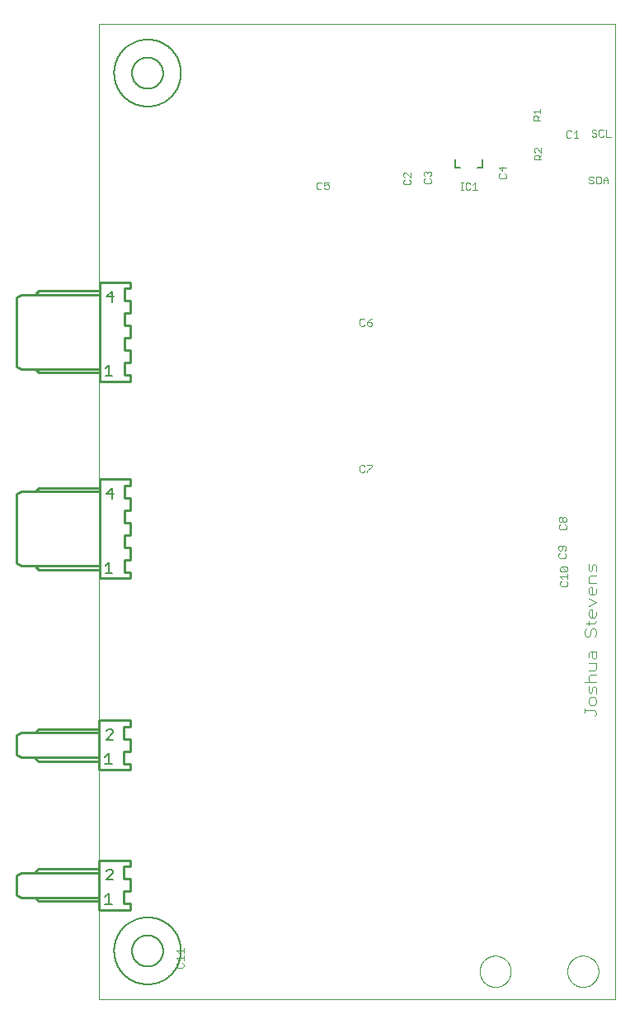
<source format=gto>
G75*
%MOIN*%
%OFA0B0*%
%FSLAX25Y25*%
%IPPOS*%
%LPD*%
%AMOC8*
5,1,8,0,0,1.08239X$1,22.5*
%
%ADD10C,0.00000*%
%ADD11C,0.00400*%
%ADD12C,0.01000*%
%ADD13C,0.00700*%
%ADD14C,0.00300*%
%ADD15C,0.00200*%
%ADD16C,0.00600*%
%ADD17C,0.00800*%
D10*
X0034894Y0034921D02*
X0034894Y0428622D01*
X0243555Y0428622D01*
X0243555Y0034921D01*
X0034894Y0034921D01*
X0188831Y0046339D02*
X0188833Y0046497D01*
X0188839Y0046655D01*
X0188849Y0046813D01*
X0188863Y0046971D01*
X0188881Y0047128D01*
X0188902Y0047285D01*
X0188928Y0047441D01*
X0188958Y0047597D01*
X0188991Y0047752D01*
X0189029Y0047905D01*
X0189070Y0048058D01*
X0189115Y0048210D01*
X0189164Y0048361D01*
X0189217Y0048510D01*
X0189273Y0048658D01*
X0189333Y0048804D01*
X0189397Y0048949D01*
X0189465Y0049092D01*
X0189536Y0049234D01*
X0189610Y0049374D01*
X0189688Y0049511D01*
X0189770Y0049647D01*
X0189854Y0049781D01*
X0189943Y0049912D01*
X0190034Y0050041D01*
X0190129Y0050168D01*
X0190226Y0050293D01*
X0190327Y0050415D01*
X0190431Y0050534D01*
X0190538Y0050651D01*
X0190648Y0050765D01*
X0190761Y0050876D01*
X0190876Y0050985D01*
X0190994Y0051090D01*
X0191115Y0051192D01*
X0191238Y0051292D01*
X0191364Y0051388D01*
X0191492Y0051481D01*
X0191622Y0051571D01*
X0191755Y0051657D01*
X0191890Y0051741D01*
X0192026Y0051820D01*
X0192165Y0051897D01*
X0192306Y0051969D01*
X0192448Y0052039D01*
X0192592Y0052104D01*
X0192738Y0052166D01*
X0192885Y0052224D01*
X0193034Y0052279D01*
X0193184Y0052330D01*
X0193335Y0052377D01*
X0193487Y0052420D01*
X0193640Y0052459D01*
X0193795Y0052495D01*
X0193950Y0052526D01*
X0194106Y0052554D01*
X0194262Y0052578D01*
X0194419Y0052598D01*
X0194577Y0052614D01*
X0194734Y0052626D01*
X0194893Y0052634D01*
X0195051Y0052638D01*
X0195209Y0052638D01*
X0195367Y0052634D01*
X0195526Y0052626D01*
X0195683Y0052614D01*
X0195841Y0052598D01*
X0195998Y0052578D01*
X0196154Y0052554D01*
X0196310Y0052526D01*
X0196465Y0052495D01*
X0196620Y0052459D01*
X0196773Y0052420D01*
X0196925Y0052377D01*
X0197076Y0052330D01*
X0197226Y0052279D01*
X0197375Y0052224D01*
X0197522Y0052166D01*
X0197668Y0052104D01*
X0197812Y0052039D01*
X0197954Y0051969D01*
X0198095Y0051897D01*
X0198234Y0051820D01*
X0198370Y0051741D01*
X0198505Y0051657D01*
X0198638Y0051571D01*
X0198768Y0051481D01*
X0198896Y0051388D01*
X0199022Y0051292D01*
X0199145Y0051192D01*
X0199266Y0051090D01*
X0199384Y0050985D01*
X0199499Y0050876D01*
X0199612Y0050765D01*
X0199722Y0050651D01*
X0199829Y0050534D01*
X0199933Y0050415D01*
X0200034Y0050293D01*
X0200131Y0050168D01*
X0200226Y0050041D01*
X0200317Y0049912D01*
X0200406Y0049781D01*
X0200490Y0049647D01*
X0200572Y0049511D01*
X0200650Y0049374D01*
X0200724Y0049234D01*
X0200795Y0049092D01*
X0200863Y0048949D01*
X0200927Y0048804D01*
X0200987Y0048658D01*
X0201043Y0048510D01*
X0201096Y0048361D01*
X0201145Y0048210D01*
X0201190Y0048058D01*
X0201231Y0047905D01*
X0201269Y0047752D01*
X0201302Y0047597D01*
X0201332Y0047441D01*
X0201358Y0047285D01*
X0201379Y0047128D01*
X0201397Y0046971D01*
X0201411Y0046813D01*
X0201421Y0046655D01*
X0201427Y0046497D01*
X0201429Y0046339D01*
X0201427Y0046181D01*
X0201421Y0046023D01*
X0201411Y0045865D01*
X0201397Y0045707D01*
X0201379Y0045550D01*
X0201358Y0045393D01*
X0201332Y0045237D01*
X0201302Y0045081D01*
X0201269Y0044926D01*
X0201231Y0044773D01*
X0201190Y0044620D01*
X0201145Y0044468D01*
X0201096Y0044317D01*
X0201043Y0044168D01*
X0200987Y0044020D01*
X0200927Y0043874D01*
X0200863Y0043729D01*
X0200795Y0043586D01*
X0200724Y0043444D01*
X0200650Y0043304D01*
X0200572Y0043167D01*
X0200490Y0043031D01*
X0200406Y0042897D01*
X0200317Y0042766D01*
X0200226Y0042637D01*
X0200131Y0042510D01*
X0200034Y0042385D01*
X0199933Y0042263D01*
X0199829Y0042144D01*
X0199722Y0042027D01*
X0199612Y0041913D01*
X0199499Y0041802D01*
X0199384Y0041693D01*
X0199266Y0041588D01*
X0199145Y0041486D01*
X0199022Y0041386D01*
X0198896Y0041290D01*
X0198768Y0041197D01*
X0198638Y0041107D01*
X0198505Y0041021D01*
X0198370Y0040937D01*
X0198234Y0040858D01*
X0198095Y0040781D01*
X0197954Y0040709D01*
X0197812Y0040639D01*
X0197668Y0040574D01*
X0197522Y0040512D01*
X0197375Y0040454D01*
X0197226Y0040399D01*
X0197076Y0040348D01*
X0196925Y0040301D01*
X0196773Y0040258D01*
X0196620Y0040219D01*
X0196465Y0040183D01*
X0196310Y0040152D01*
X0196154Y0040124D01*
X0195998Y0040100D01*
X0195841Y0040080D01*
X0195683Y0040064D01*
X0195526Y0040052D01*
X0195367Y0040044D01*
X0195209Y0040040D01*
X0195051Y0040040D01*
X0194893Y0040044D01*
X0194734Y0040052D01*
X0194577Y0040064D01*
X0194419Y0040080D01*
X0194262Y0040100D01*
X0194106Y0040124D01*
X0193950Y0040152D01*
X0193795Y0040183D01*
X0193640Y0040219D01*
X0193487Y0040258D01*
X0193335Y0040301D01*
X0193184Y0040348D01*
X0193034Y0040399D01*
X0192885Y0040454D01*
X0192738Y0040512D01*
X0192592Y0040574D01*
X0192448Y0040639D01*
X0192306Y0040709D01*
X0192165Y0040781D01*
X0192026Y0040858D01*
X0191890Y0040937D01*
X0191755Y0041021D01*
X0191622Y0041107D01*
X0191492Y0041197D01*
X0191364Y0041290D01*
X0191238Y0041386D01*
X0191115Y0041486D01*
X0190994Y0041588D01*
X0190876Y0041693D01*
X0190761Y0041802D01*
X0190648Y0041913D01*
X0190538Y0042027D01*
X0190431Y0042144D01*
X0190327Y0042263D01*
X0190226Y0042385D01*
X0190129Y0042510D01*
X0190034Y0042637D01*
X0189943Y0042766D01*
X0189854Y0042897D01*
X0189770Y0043031D01*
X0189688Y0043167D01*
X0189610Y0043304D01*
X0189536Y0043444D01*
X0189465Y0043586D01*
X0189397Y0043729D01*
X0189333Y0043874D01*
X0189273Y0044020D01*
X0189217Y0044168D01*
X0189164Y0044317D01*
X0189115Y0044468D01*
X0189070Y0044620D01*
X0189029Y0044773D01*
X0188991Y0044926D01*
X0188958Y0045081D01*
X0188928Y0045237D01*
X0188902Y0045393D01*
X0188881Y0045550D01*
X0188863Y0045707D01*
X0188849Y0045865D01*
X0188839Y0046023D01*
X0188833Y0046181D01*
X0188831Y0046339D01*
X0224264Y0046339D02*
X0224266Y0046497D01*
X0224272Y0046655D01*
X0224282Y0046813D01*
X0224296Y0046971D01*
X0224314Y0047128D01*
X0224335Y0047285D01*
X0224361Y0047441D01*
X0224391Y0047597D01*
X0224424Y0047752D01*
X0224462Y0047905D01*
X0224503Y0048058D01*
X0224548Y0048210D01*
X0224597Y0048361D01*
X0224650Y0048510D01*
X0224706Y0048658D01*
X0224766Y0048804D01*
X0224830Y0048949D01*
X0224898Y0049092D01*
X0224969Y0049234D01*
X0225043Y0049374D01*
X0225121Y0049511D01*
X0225203Y0049647D01*
X0225287Y0049781D01*
X0225376Y0049912D01*
X0225467Y0050041D01*
X0225562Y0050168D01*
X0225659Y0050293D01*
X0225760Y0050415D01*
X0225864Y0050534D01*
X0225971Y0050651D01*
X0226081Y0050765D01*
X0226194Y0050876D01*
X0226309Y0050985D01*
X0226427Y0051090D01*
X0226548Y0051192D01*
X0226671Y0051292D01*
X0226797Y0051388D01*
X0226925Y0051481D01*
X0227055Y0051571D01*
X0227188Y0051657D01*
X0227323Y0051741D01*
X0227459Y0051820D01*
X0227598Y0051897D01*
X0227739Y0051969D01*
X0227881Y0052039D01*
X0228025Y0052104D01*
X0228171Y0052166D01*
X0228318Y0052224D01*
X0228467Y0052279D01*
X0228617Y0052330D01*
X0228768Y0052377D01*
X0228920Y0052420D01*
X0229073Y0052459D01*
X0229228Y0052495D01*
X0229383Y0052526D01*
X0229539Y0052554D01*
X0229695Y0052578D01*
X0229852Y0052598D01*
X0230010Y0052614D01*
X0230167Y0052626D01*
X0230326Y0052634D01*
X0230484Y0052638D01*
X0230642Y0052638D01*
X0230800Y0052634D01*
X0230959Y0052626D01*
X0231116Y0052614D01*
X0231274Y0052598D01*
X0231431Y0052578D01*
X0231587Y0052554D01*
X0231743Y0052526D01*
X0231898Y0052495D01*
X0232053Y0052459D01*
X0232206Y0052420D01*
X0232358Y0052377D01*
X0232509Y0052330D01*
X0232659Y0052279D01*
X0232808Y0052224D01*
X0232955Y0052166D01*
X0233101Y0052104D01*
X0233245Y0052039D01*
X0233387Y0051969D01*
X0233528Y0051897D01*
X0233667Y0051820D01*
X0233803Y0051741D01*
X0233938Y0051657D01*
X0234071Y0051571D01*
X0234201Y0051481D01*
X0234329Y0051388D01*
X0234455Y0051292D01*
X0234578Y0051192D01*
X0234699Y0051090D01*
X0234817Y0050985D01*
X0234932Y0050876D01*
X0235045Y0050765D01*
X0235155Y0050651D01*
X0235262Y0050534D01*
X0235366Y0050415D01*
X0235467Y0050293D01*
X0235564Y0050168D01*
X0235659Y0050041D01*
X0235750Y0049912D01*
X0235839Y0049781D01*
X0235923Y0049647D01*
X0236005Y0049511D01*
X0236083Y0049374D01*
X0236157Y0049234D01*
X0236228Y0049092D01*
X0236296Y0048949D01*
X0236360Y0048804D01*
X0236420Y0048658D01*
X0236476Y0048510D01*
X0236529Y0048361D01*
X0236578Y0048210D01*
X0236623Y0048058D01*
X0236664Y0047905D01*
X0236702Y0047752D01*
X0236735Y0047597D01*
X0236765Y0047441D01*
X0236791Y0047285D01*
X0236812Y0047128D01*
X0236830Y0046971D01*
X0236844Y0046813D01*
X0236854Y0046655D01*
X0236860Y0046497D01*
X0236862Y0046339D01*
X0236860Y0046181D01*
X0236854Y0046023D01*
X0236844Y0045865D01*
X0236830Y0045707D01*
X0236812Y0045550D01*
X0236791Y0045393D01*
X0236765Y0045237D01*
X0236735Y0045081D01*
X0236702Y0044926D01*
X0236664Y0044773D01*
X0236623Y0044620D01*
X0236578Y0044468D01*
X0236529Y0044317D01*
X0236476Y0044168D01*
X0236420Y0044020D01*
X0236360Y0043874D01*
X0236296Y0043729D01*
X0236228Y0043586D01*
X0236157Y0043444D01*
X0236083Y0043304D01*
X0236005Y0043167D01*
X0235923Y0043031D01*
X0235839Y0042897D01*
X0235750Y0042766D01*
X0235659Y0042637D01*
X0235564Y0042510D01*
X0235467Y0042385D01*
X0235366Y0042263D01*
X0235262Y0042144D01*
X0235155Y0042027D01*
X0235045Y0041913D01*
X0234932Y0041802D01*
X0234817Y0041693D01*
X0234699Y0041588D01*
X0234578Y0041486D01*
X0234455Y0041386D01*
X0234329Y0041290D01*
X0234201Y0041197D01*
X0234071Y0041107D01*
X0233938Y0041021D01*
X0233803Y0040937D01*
X0233667Y0040858D01*
X0233528Y0040781D01*
X0233387Y0040709D01*
X0233245Y0040639D01*
X0233101Y0040574D01*
X0232955Y0040512D01*
X0232808Y0040454D01*
X0232659Y0040399D01*
X0232509Y0040348D01*
X0232358Y0040301D01*
X0232206Y0040258D01*
X0232053Y0040219D01*
X0231898Y0040183D01*
X0231743Y0040152D01*
X0231587Y0040124D01*
X0231431Y0040100D01*
X0231274Y0040080D01*
X0231116Y0040064D01*
X0230959Y0040052D01*
X0230800Y0040044D01*
X0230642Y0040040D01*
X0230484Y0040040D01*
X0230326Y0040044D01*
X0230167Y0040052D01*
X0230010Y0040064D01*
X0229852Y0040080D01*
X0229695Y0040100D01*
X0229539Y0040124D01*
X0229383Y0040152D01*
X0229228Y0040183D01*
X0229073Y0040219D01*
X0228920Y0040258D01*
X0228768Y0040301D01*
X0228617Y0040348D01*
X0228467Y0040399D01*
X0228318Y0040454D01*
X0228171Y0040512D01*
X0228025Y0040574D01*
X0227881Y0040639D01*
X0227739Y0040709D01*
X0227598Y0040781D01*
X0227459Y0040858D01*
X0227323Y0040937D01*
X0227188Y0041021D01*
X0227055Y0041107D01*
X0226925Y0041197D01*
X0226797Y0041290D01*
X0226671Y0041386D01*
X0226548Y0041486D01*
X0226427Y0041588D01*
X0226309Y0041693D01*
X0226194Y0041802D01*
X0226081Y0041913D01*
X0225971Y0042027D01*
X0225864Y0042144D01*
X0225760Y0042263D01*
X0225659Y0042385D01*
X0225562Y0042510D01*
X0225467Y0042637D01*
X0225376Y0042766D01*
X0225287Y0042897D01*
X0225203Y0043031D01*
X0225121Y0043167D01*
X0225043Y0043304D01*
X0224969Y0043444D01*
X0224898Y0043586D01*
X0224830Y0043729D01*
X0224766Y0043874D01*
X0224706Y0044020D01*
X0224650Y0044168D01*
X0224597Y0044317D01*
X0224548Y0044468D01*
X0224503Y0044620D01*
X0224462Y0044773D01*
X0224424Y0044926D01*
X0224391Y0045081D01*
X0224361Y0045237D01*
X0224335Y0045393D01*
X0224314Y0045550D01*
X0224296Y0045707D01*
X0224282Y0045865D01*
X0224272Y0046023D01*
X0224266Y0046181D01*
X0224264Y0046339D01*
D11*
X0235107Y0149294D02*
X0235875Y0150062D01*
X0235875Y0150829D01*
X0235107Y0151596D01*
X0231271Y0151596D01*
X0231271Y0150829D02*
X0231271Y0152364D01*
X0232806Y0154666D02*
X0233573Y0153898D01*
X0235107Y0153898D01*
X0235875Y0154666D01*
X0235875Y0156200D01*
X0235107Y0156968D01*
X0233573Y0156968D01*
X0232806Y0156200D01*
X0232806Y0154666D01*
X0233573Y0158502D02*
X0232806Y0159270D01*
X0232806Y0161572D01*
X0233573Y0163106D02*
X0232806Y0163874D01*
X0232806Y0165408D01*
X0233573Y0166176D01*
X0235875Y0166176D01*
X0235107Y0167710D02*
X0235875Y0168477D01*
X0235875Y0170779D01*
X0232806Y0170779D01*
X0232806Y0173081D02*
X0232806Y0174616D01*
X0233573Y0175383D01*
X0235875Y0175383D01*
X0235875Y0173081D01*
X0235107Y0172314D01*
X0234340Y0173081D01*
X0234340Y0175383D01*
X0235107Y0181522D02*
X0235875Y0182289D01*
X0235875Y0183824D01*
X0235107Y0184591D01*
X0234340Y0184591D01*
X0233573Y0183824D01*
X0233573Y0182289D01*
X0232806Y0181522D01*
X0232038Y0181522D01*
X0231271Y0182289D01*
X0231271Y0183824D01*
X0232038Y0184591D01*
X0232806Y0186126D02*
X0232806Y0187661D01*
X0232038Y0186893D02*
X0235107Y0186893D01*
X0235875Y0187661D01*
X0235107Y0189195D02*
X0233573Y0189195D01*
X0232806Y0189962D01*
X0232806Y0191497D01*
X0233573Y0192264D01*
X0234340Y0192264D01*
X0234340Y0189195D01*
X0235107Y0189195D02*
X0235875Y0189962D01*
X0235875Y0191497D01*
X0235875Y0195334D02*
X0232806Y0196868D01*
X0233573Y0198403D02*
X0232806Y0199170D01*
X0232806Y0200705D01*
X0233573Y0201472D01*
X0234340Y0201472D01*
X0234340Y0198403D01*
X0235107Y0198403D02*
X0233573Y0198403D01*
X0235107Y0198403D02*
X0235875Y0199170D01*
X0235875Y0200705D01*
X0235875Y0203007D02*
X0232806Y0203007D01*
X0232806Y0205309D01*
X0233573Y0206076D01*
X0235875Y0206076D01*
X0235875Y0207611D02*
X0235875Y0209913D01*
X0235107Y0210680D01*
X0234340Y0209913D01*
X0234340Y0208378D01*
X0233573Y0207611D01*
X0232806Y0208378D01*
X0232806Y0210680D01*
X0235875Y0195334D02*
X0232806Y0193799D01*
X0232806Y0167710D02*
X0235107Y0167710D01*
X0235875Y0163106D02*
X0231271Y0163106D01*
X0234340Y0159270D02*
X0233573Y0158502D01*
X0234340Y0159270D02*
X0234340Y0160804D01*
X0235107Y0161572D01*
X0235875Y0160804D01*
X0235875Y0158502D01*
D12*
X0010500Y0074697D02*
X0009100Y0075997D01*
X0010500Y0074697D02*
X0035000Y0074697D01*
X0035000Y0071197D01*
X0047500Y0071197D01*
X0047500Y0073697D01*
X0045000Y0073697D01*
X0045000Y0078697D01*
X0047500Y0078697D01*
X0047500Y0083697D01*
X0045000Y0083697D01*
X0045000Y0088697D01*
X0047500Y0088697D01*
X0047500Y0091197D01*
X0035000Y0091197D01*
X0035000Y0087697D01*
X0010500Y0087697D01*
X0009100Y0086397D01*
X0003500Y0086197D02*
X0001500Y0085197D01*
X0001500Y0077197D01*
X0003500Y0076197D01*
X0035000Y0076197D01*
X0035000Y0074697D01*
X0035000Y0076197D02*
X0035000Y0086197D01*
X0003500Y0086197D01*
X0010500Y0131197D02*
X0009100Y0132497D01*
X0010500Y0131197D02*
X0035000Y0131197D01*
X0035000Y0127697D01*
X0047500Y0127697D01*
X0047500Y0130197D01*
X0045000Y0130197D01*
X0045000Y0135197D01*
X0047500Y0135197D01*
X0047500Y0140197D01*
X0045000Y0140197D01*
X0045000Y0145197D01*
X0047500Y0145197D01*
X0047500Y0147697D01*
X0035000Y0147697D01*
X0035000Y0144197D01*
X0010500Y0144197D01*
X0009100Y0142897D01*
X0003500Y0142697D02*
X0001500Y0141697D01*
X0001500Y0133697D01*
X0003500Y0132697D01*
X0035000Y0132697D01*
X0035000Y0131197D01*
X0035000Y0132697D02*
X0035000Y0142697D01*
X0003500Y0142697D01*
X0010701Y0208461D02*
X0009301Y0209761D01*
X0010701Y0208461D02*
X0035201Y0208461D01*
X0035201Y0204961D01*
X0047701Y0204961D01*
X0047701Y0207461D01*
X0045201Y0207461D01*
X0045201Y0212461D01*
X0047701Y0212461D01*
X0047701Y0217461D01*
X0045201Y0217461D01*
X0045201Y0222461D01*
X0047701Y0222461D01*
X0047701Y0227461D01*
X0045201Y0227461D01*
X0045201Y0232461D01*
X0047701Y0232461D01*
X0047701Y0237461D01*
X0045201Y0237461D01*
X0045201Y0242461D01*
X0047701Y0242461D01*
X0047701Y0244961D01*
X0035201Y0244961D01*
X0035201Y0241461D01*
X0010701Y0241461D01*
X0009301Y0240161D01*
X0003701Y0239961D02*
X0001701Y0238961D01*
X0001701Y0210961D01*
X0003701Y0209961D01*
X0035201Y0209961D01*
X0035201Y0208461D01*
X0035201Y0209961D02*
X0035201Y0239961D01*
X0003701Y0239961D01*
X0010701Y0287961D02*
X0009301Y0289261D01*
X0010701Y0287961D02*
X0035201Y0287961D01*
X0035201Y0284461D01*
X0047701Y0284461D01*
X0047701Y0286961D01*
X0045201Y0286961D01*
X0045201Y0291961D01*
X0047701Y0291961D01*
X0047701Y0296961D01*
X0045201Y0296961D01*
X0045201Y0301961D01*
X0047701Y0301961D01*
X0047701Y0306961D01*
X0045201Y0306961D01*
X0045201Y0311961D01*
X0047701Y0311961D01*
X0047701Y0316961D01*
X0045201Y0316961D01*
X0045201Y0321961D01*
X0047701Y0321961D01*
X0047701Y0324461D01*
X0035201Y0324461D01*
X0035201Y0320961D01*
X0010701Y0320961D01*
X0009301Y0319661D01*
X0003701Y0319461D02*
X0001701Y0318461D01*
X0001701Y0290461D01*
X0003701Y0289461D01*
X0035201Y0289461D01*
X0035201Y0287961D01*
X0035201Y0289461D02*
X0035201Y0319461D01*
X0003701Y0319461D01*
X0035201Y0319461D02*
X0035201Y0320961D01*
X0035201Y0241461D02*
X0035201Y0239961D01*
X0035000Y0144197D02*
X0035000Y0142697D01*
X0035000Y0087697D02*
X0035000Y0086197D01*
D13*
X0037852Y0086839D02*
X0038569Y0087556D01*
X0040004Y0087556D01*
X0040721Y0086839D01*
X0040721Y0086122D01*
X0037852Y0083253D01*
X0040721Y0083253D01*
X0038787Y0077756D02*
X0038787Y0073453D01*
X0040221Y0073453D02*
X0037352Y0073453D01*
X0037352Y0076322D02*
X0038787Y0077756D01*
X0038787Y0129953D02*
X0038787Y0134256D01*
X0037352Y0132822D01*
X0037352Y0129953D02*
X0040221Y0129953D01*
X0040721Y0139753D02*
X0037852Y0139753D01*
X0040721Y0142622D01*
X0040721Y0143339D01*
X0040004Y0144056D01*
X0038569Y0144056D01*
X0037852Y0143339D01*
X0037553Y0207217D02*
X0040422Y0207217D01*
X0038987Y0207217D02*
X0038987Y0211520D01*
X0037553Y0210086D01*
X0040205Y0237017D02*
X0040205Y0241320D01*
X0038053Y0239168D01*
X0040922Y0239168D01*
X0040422Y0286717D02*
X0037553Y0286717D01*
X0038987Y0286717D02*
X0038987Y0291020D01*
X0037553Y0289586D01*
X0040205Y0316517D02*
X0040205Y0320820D01*
X0038053Y0318668D01*
X0040922Y0318668D01*
D14*
X0123095Y0362464D02*
X0123579Y0361981D01*
X0124546Y0361981D01*
X0125030Y0362464D01*
X0126041Y0362464D02*
X0126525Y0361981D01*
X0127493Y0361981D01*
X0127976Y0362464D01*
X0127976Y0363432D01*
X0127493Y0363916D01*
X0127009Y0363916D01*
X0126041Y0363432D01*
X0126041Y0364883D01*
X0127976Y0364883D01*
X0125030Y0364399D02*
X0124546Y0364883D01*
X0123579Y0364883D01*
X0123095Y0364399D01*
X0123095Y0362464D01*
X0140901Y0309765D02*
X0140418Y0309281D01*
X0140418Y0307346D01*
X0140901Y0306863D01*
X0141869Y0306863D01*
X0142353Y0307346D01*
X0143364Y0307346D02*
X0143848Y0306863D01*
X0144815Y0306863D01*
X0145299Y0307346D01*
X0145299Y0307830D01*
X0144815Y0308314D01*
X0143364Y0308314D01*
X0143364Y0307346D01*
X0143364Y0308314D02*
X0144332Y0309281D01*
X0145299Y0309765D01*
X0142353Y0309281D02*
X0141869Y0309765D01*
X0140901Y0309765D01*
X0158497Y0363962D02*
X0160432Y0363962D01*
X0160916Y0364445D01*
X0160916Y0365413D01*
X0160432Y0365897D01*
X0160916Y0366908D02*
X0158981Y0368843D01*
X0158497Y0368843D01*
X0158014Y0368359D01*
X0158014Y0367392D01*
X0158497Y0366908D01*
X0158497Y0365897D02*
X0158014Y0365413D01*
X0158014Y0364445D01*
X0158497Y0363962D01*
X0160916Y0366908D02*
X0160916Y0368843D01*
X0166281Y0368753D02*
X0166765Y0369237D01*
X0167249Y0369237D01*
X0167733Y0368753D01*
X0168216Y0369237D01*
X0168700Y0369237D01*
X0169184Y0368753D01*
X0169184Y0367786D01*
X0168700Y0367302D01*
X0168700Y0366290D02*
X0169184Y0365807D01*
X0169184Y0364839D01*
X0168700Y0364355D01*
X0166765Y0364355D01*
X0166281Y0364839D01*
X0166281Y0365807D01*
X0166765Y0366290D01*
X0166765Y0367302D02*
X0166281Y0367786D01*
X0166281Y0368753D01*
X0167733Y0368753D02*
X0167733Y0368269D01*
X0181143Y0364675D02*
X0182110Y0364675D01*
X0181627Y0364675D02*
X0181627Y0361773D01*
X0182110Y0361773D02*
X0181143Y0361773D01*
X0183107Y0362257D02*
X0183591Y0361773D01*
X0184559Y0361773D01*
X0185042Y0362257D01*
X0186054Y0361773D02*
X0187989Y0361773D01*
X0187021Y0361773D02*
X0187021Y0364675D01*
X0186054Y0363708D01*
X0185042Y0364192D02*
X0184559Y0364675D01*
X0183591Y0364675D01*
X0183107Y0364192D01*
X0183107Y0362257D01*
X0196596Y0366808D02*
X0197080Y0366324D01*
X0199015Y0366324D01*
X0199499Y0366808D01*
X0199499Y0367775D01*
X0199015Y0368259D01*
X0198048Y0369270D02*
X0198048Y0371205D01*
X0199499Y0370722D02*
X0196596Y0370722D01*
X0198048Y0369270D01*
X0197080Y0368259D02*
X0196596Y0367775D01*
X0196596Y0366808D01*
X0210837Y0373910D02*
X0210837Y0375361D01*
X0211321Y0375845D01*
X0212289Y0375845D01*
X0212772Y0375361D01*
X0212772Y0373910D01*
X0212772Y0374877D02*
X0213740Y0375845D01*
X0213740Y0376856D02*
X0211805Y0378791D01*
X0211321Y0378791D01*
X0210837Y0378308D01*
X0210837Y0377340D01*
X0211321Y0376856D01*
X0213740Y0376856D02*
X0213740Y0378791D01*
X0213740Y0373910D02*
X0210837Y0373910D01*
X0210444Y0389658D02*
X0210444Y0391109D01*
X0210927Y0391593D01*
X0211895Y0391593D01*
X0212379Y0391109D01*
X0212379Y0389658D01*
X0213346Y0389658D02*
X0210444Y0389658D01*
X0212379Y0390625D02*
X0213346Y0391593D01*
X0213346Y0392604D02*
X0213346Y0394539D01*
X0213346Y0393572D02*
X0210444Y0393572D01*
X0211411Y0392604D01*
X0223882Y0385266D02*
X0223882Y0383331D01*
X0224366Y0382847D01*
X0225334Y0382847D01*
X0225817Y0383331D01*
X0226829Y0382847D02*
X0228764Y0382847D01*
X0227796Y0382847D02*
X0227796Y0385749D01*
X0226829Y0384782D01*
X0225817Y0385266D02*
X0225334Y0385749D01*
X0224366Y0385749D01*
X0223882Y0385266D01*
X0233421Y0367171D02*
X0232937Y0366687D01*
X0232937Y0366203D01*
X0233421Y0365719D01*
X0234389Y0365719D01*
X0234872Y0365236D01*
X0234872Y0364752D01*
X0234389Y0364268D01*
X0233421Y0364268D01*
X0232937Y0364752D01*
X0233421Y0367171D02*
X0234389Y0367171D01*
X0234872Y0366687D01*
X0235884Y0367171D02*
X0237335Y0367171D01*
X0237819Y0366687D01*
X0237819Y0364752D01*
X0237335Y0364268D01*
X0235884Y0364268D01*
X0235884Y0367171D01*
X0238830Y0366203D02*
X0238830Y0364268D01*
X0238830Y0365719D02*
X0240765Y0365719D01*
X0240765Y0366203D02*
X0240765Y0364268D01*
X0240765Y0366203D02*
X0239798Y0367171D01*
X0238830Y0366203D01*
X0238516Y0383166D02*
X0239000Y0383649D01*
X0238516Y0383166D02*
X0237549Y0383166D01*
X0237065Y0383649D01*
X0237065Y0385584D01*
X0237549Y0386068D01*
X0238516Y0386068D01*
X0239000Y0385584D01*
X0240012Y0386068D02*
X0240012Y0383166D01*
X0241947Y0383166D01*
X0236053Y0383649D02*
X0235570Y0383166D01*
X0234602Y0383166D01*
X0234119Y0383649D01*
X0234602Y0384617D02*
X0235570Y0384617D01*
X0236053Y0384133D01*
X0236053Y0383649D01*
X0234602Y0384617D02*
X0234119Y0385101D01*
X0234119Y0385584D01*
X0234602Y0386068D01*
X0235570Y0386068D01*
X0236053Y0385584D01*
X0145299Y0250710D02*
X0145299Y0250226D01*
X0143364Y0248291D01*
X0143364Y0247807D01*
X0142353Y0248291D02*
X0141869Y0247807D01*
X0140901Y0247807D01*
X0140418Y0248291D01*
X0140418Y0250226D01*
X0140901Y0250710D01*
X0141869Y0250710D01*
X0142353Y0250226D01*
X0143364Y0250710D02*
X0145299Y0250710D01*
X0069114Y0055616D02*
X0069114Y0053681D01*
X0069114Y0054648D02*
X0066211Y0054648D01*
X0067179Y0053681D01*
X0069114Y0052669D02*
X0069114Y0050734D01*
X0069114Y0051702D02*
X0066211Y0051702D01*
X0067179Y0050734D01*
X0066695Y0049723D02*
X0066211Y0049239D01*
X0066211Y0048272D01*
X0066695Y0047788D01*
X0068630Y0047788D01*
X0069114Y0048272D01*
X0069114Y0049239D01*
X0068630Y0049723D01*
D15*
X0221358Y0202322D02*
X0221859Y0201822D01*
X0223860Y0201822D01*
X0224361Y0202322D01*
X0224361Y0203323D01*
X0223860Y0203823D01*
X0224361Y0204768D02*
X0224361Y0206770D01*
X0224361Y0205769D02*
X0221358Y0205769D01*
X0222359Y0204768D01*
X0221859Y0203823D02*
X0221358Y0203323D01*
X0221358Y0202322D01*
X0221859Y0207715D02*
X0221358Y0208215D01*
X0221358Y0209216D01*
X0221859Y0209716D01*
X0223860Y0207715D01*
X0224361Y0208215D01*
X0224361Y0209216D01*
X0223860Y0209716D01*
X0221859Y0209716D01*
X0221859Y0207715D02*
X0223860Y0207715D01*
X0223240Y0213239D02*
X0221238Y0213239D01*
X0220738Y0213739D01*
X0220738Y0214740D01*
X0221238Y0215241D01*
X0221238Y0216185D02*
X0221739Y0216185D01*
X0222239Y0216686D01*
X0222239Y0218187D01*
X0223240Y0218187D02*
X0221238Y0218187D01*
X0220738Y0217687D01*
X0220738Y0216686D01*
X0221238Y0216185D01*
X0223240Y0216185D02*
X0223741Y0216686D01*
X0223741Y0217687D01*
X0223240Y0218187D01*
X0223240Y0215241D02*
X0223741Y0214740D01*
X0223741Y0213739D01*
X0223240Y0213239D01*
X0223407Y0224656D02*
X0221406Y0224656D01*
X0220905Y0225157D01*
X0220905Y0226158D01*
X0221406Y0226658D01*
X0221406Y0227603D02*
X0221906Y0227603D01*
X0222407Y0228103D01*
X0222407Y0229104D01*
X0222907Y0229605D01*
X0223407Y0229605D01*
X0223908Y0229104D01*
X0223908Y0228103D01*
X0223407Y0227603D01*
X0222907Y0227603D01*
X0222407Y0228103D01*
X0222407Y0229104D02*
X0221906Y0229605D01*
X0221406Y0229605D01*
X0220905Y0229104D01*
X0220905Y0228103D01*
X0221406Y0227603D01*
X0223407Y0226658D02*
X0223908Y0226158D01*
X0223908Y0225157D01*
X0223407Y0224656D01*
D16*
X0190098Y0370906D02*
X0187902Y0370906D01*
X0190098Y0370906D02*
X0190098Y0374102D01*
X0181098Y0370906D02*
X0178902Y0370906D01*
X0178902Y0374102D01*
X0041079Y0408937D02*
X0041083Y0409268D01*
X0041095Y0409599D01*
X0041116Y0409930D01*
X0041144Y0410260D01*
X0041181Y0410590D01*
X0041225Y0410918D01*
X0041278Y0411245D01*
X0041338Y0411571D01*
X0041407Y0411895D01*
X0041484Y0412217D01*
X0041568Y0412538D01*
X0041660Y0412856D01*
X0041760Y0413172D01*
X0041868Y0413485D01*
X0041984Y0413796D01*
X0042107Y0414103D01*
X0042237Y0414408D01*
X0042375Y0414709D01*
X0042520Y0415007D01*
X0042673Y0415301D01*
X0042833Y0415591D01*
X0043000Y0415877D01*
X0043173Y0416159D01*
X0043354Y0416437D01*
X0043542Y0416710D01*
X0043736Y0416979D01*
X0043936Y0417243D01*
X0044143Y0417501D01*
X0044357Y0417755D01*
X0044576Y0418003D01*
X0044802Y0418246D01*
X0045033Y0418483D01*
X0045270Y0418714D01*
X0045513Y0418940D01*
X0045761Y0419159D01*
X0046015Y0419373D01*
X0046273Y0419580D01*
X0046537Y0419780D01*
X0046806Y0419974D01*
X0047079Y0420162D01*
X0047357Y0420343D01*
X0047639Y0420516D01*
X0047925Y0420683D01*
X0048215Y0420843D01*
X0048509Y0420996D01*
X0048807Y0421141D01*
X0049108Y0421279D01*
X0049413Y0421409D01*
X0049720Y0421532D01*
X0050031Y0421648D01*
X0050344Y0421756D01*
X0050660Y0421856D01*
X0050978Y0421948D01*
X0051299Y0422032D01*
X0051621Y0422109D01*
X0051945Y0422178D01*
X0052271Y0422238D01*
X0052598Y0422291D01*
X0052926Y0422335D01*
X0053256Y0422372D01*
X0053586Y0422400D01*
X0053917Y0422421D01*
X0054248Y0422433D01*
X0054579Y0422437D01*
X0054910Y0422433D01*
X0055241Y0422421D01*
X0055572Y0422400D01*
X0055902Y0422372D01*
X0056232Y0422335D01*
X0056560Y0422291D01*
X0056887Y0422238D01*
X0057213Y0422178D01*
X0057537Y0422109D01*
X0057859Y0422032D01*
X0058180Y0421948D01*
X0058498Y0421856D01*
X0058814Y0421756D01*
X0059127Y0421648D01*
X0059438Y0421532D01*
X0059745Y0421409D01*
X0060050Y0421279D01*
X0060351Y0421141D01*
X0060649Y0420996D01*
X0060943Y0420843D01*
X0061233Y0420683D01*
X0061519Y0420516D01*
X0061801Y0420343D01*
X0062079Y0420162D01*
X0062352Y0419974D01*
X0062621Y0419780D01*
X0062885Y0419580D01*
X0063143Y0419373D01*
X0063397Y0419159D01*
X0063645Y0418940D01*
X0063888Y0418714D01*
X0064125Y0418483D01*
X0064356Y0418246D01*
X0064582Y0418003D01*
X0064801Y0417755D01*
X0065015Y0417501D01*
X0065222Y0417243D01*
X0065422Y0416979D01*
X0065616Y0416710D01*
X0065804Y0416437D01*
X0065985Y0416159D01*
X0066158Y0415877D01*
X0066325Y0415591D01*
X0066485Y0415301D01*
X0066638Y0415007D01*
X0066783Y0414709D01*
X0066921Y0414408D01*
X0067051Y0414103D01*
X0067174Y0413796D01*
X0067290Y0413485D01*
X0067398Y0413172D01*
X0067498Y0412856D01*
X0067590Y0412538D01*
X0067674Y0412217D01*
X0067751Y0411895D01*
X0067820Y0411571D01*
X0067880Y0411245D01*
X0067933Y0410918D01*
X0067977Y0410590D01*
X0068014Y0410260D01*
X0068042Y0409930D01*
X0068063Y0409599D01*
X0068075Y0409268D01*
X0068079Y0408937D01*
X0068075Y0408606D01*
X0068063Y0408275D01*
X0068042Y0407944D01*
X0068014Y0407614D01*
X0067977Y0407284D01*
X0067933Y0406956D01*
X0067880Y0406629D01*
X0067820Y0406303D01*
X0067751Y0405979D01*
X0067674Y0405657D01*
X0067590Y0405336D01*
X0067498Y0405018D01*
X0067398Y0404702D01*
X0067290Y0404389D01*
X0067174Y0404078D01*
X0067051Y0403771D01*
X0066921Y0403466D01*
X0066783Y0403165D01*
X0066638Y0402867D01*
X0066485Y0402573D01*
X0066325Y0402283D01*
X0066158Y0401997D01*
X0065985Y0401715D01*
X0065804Y0401437D01*
X0065616Y0401164D01*
X0065422Y0400895D01*
X0065222Y0400631D01*
X0065015Y0400373D01*
X0064801Y0400119D01*
X0064582Y0399871D01*
X0064356Y0399628D01*
X0064125Y0399391D01*
X0063888Y0399160D01*
X0063645Y0398934D01*
X0063397Y0398715D01*
X0063143Y0398501D01*
X0062885Y0398294D01*
X0062621Y0398094D01*
X0062352Y0397900D01*
X0062079Y0397712D01*
X0061801Y0397531D01*
X0061519Y0397358D01*
X0061233Y0397191D01*
X0060943Y0397031D01*
X0060649Y0396878D01*
X0060351Y0396733D01*
X0060050Y0396595D01*
X0059745Y0396465D01*
X0059438Y0396342D01*
X0059127Y0396226D01*
X0058814Y0396118D01*
X0058498Y0396018D01*
X0058180Y0395926D01*
X0057859Y0395842D01*
X0057537Y0395765D01*
X0057213Y0395696D01*
X0056887Y0395636D01*
X0056560Y0395583D01*
X0056232Y0395539D01*
X0055902Y0395502D01*
X0055572Y0395474D01*
X0055241Y0395453D01*
X0054910Y0395441D01*
X0054579Y0395437D01*
X0054248Y0395441D01*
X0053917Y0395453D01*
X0053586Y0395474D01*
X0053256Y0395502D01*
X0052926Y0395539D01*
X0052598Y0395583D01*
X0052271Y0395636D01*
X0051945Y0395696D01*
X0051621Y0395765D01*
X0051299Y0395842D01*
X0050978Y0395926D01*
X0050660Y0396018D01*
X0050344Y0396118D01*
X0050031Y0396226D01*
X0049720Y0396342D01*
X0049413Y0396465D01*
X0049108Y0396595D01*
X0048807Y0396733D01*
X0048509Y0396878D01*
X0048215Y0397031D01*
X0047925Y0397191D01*
X0047639Y0397358D01*
X0047357Y0397531D01*
X0047079Y0397712D01*
X0046806Y0397900D01*
X0046537Y0398094D01*
X0046273Y0398294D01*
X0046015Y0398501D01*
X0045761Y0398715D01*
X0045513Y0398934D01*
X0045270Y0399160D01*
X0045033Y0399391D01*
X0044802Y0399628D01*
X0044576Y0399871D01*
X0044357Y0400119D01*
X0044143Y0400373D01*
X0043936Y0400631D01*
X0043736Y0400895D01*
X0043542Y0401164D01*
X0043354Y0401437D01*
X0043173Y0401715D01*
X0043000Y0401997D01*
X0042833Y0402283D01*
X0042673Y0402573D01*
X0042520Y0402867D01*
X0042375Y0403165D01*
X0042237Y0403466D01*
X0042107Y0403771D01*
X0041984Y0404078D01*
X0041868Y0404389D01*
X0041760Y0404702D01*
X0041660Y0405018D01*
X0041568Y0405336D01*
X0041484Y0405657D01*
X0041407Y0405979D01*
X0041338Y0406303D01*
X0041278Y0406629D01*
X0041225Y0406956D01*
X0041181Y0407284D01*
X0041144Y0407614D01*
X0041116Y0407944D01*
X0041095Y0408275D01*
X0041083Y0408606D01*
X0041079Y0408937D01*
X0041079Y0054606D02*
X0041083Y0054937D01*
X0041095Y0055268D01*
X0041116Y0055599D01*
X0041144Y0055929D01*
X0041181Y0056259D01*
X0041225Y0056587D01*
X0041278Y0056914D01*
X0041338Y0057240D01*
X0041407Y0057564D01*
X0041484Y0057886D01*
X0041568Y0058207D01*
X0041660Y0058525D01*
X0041760Y0058841D01*
X0041868Y0059154D01*
X0041984Y0059465D01*
X0042107Y0059772D01*
X0042237Y0060077D01*
X0042375Y0060378D01*
X0042520Y0060676D01*
X0042673Y0060970D01*
X0042833Y0061260D01*
X0043000Y0061546D01*
X0043173Y0061828D01*
X0043354Y0062106D01*
X0043542Y0062379D01*
X0043736Y0062648D01*
X0043936Y0062912D01*
X0044143Y0063170D01*
X0044357Y0063424D01*
X0044576Y0063672D01*
X0044802Y0063915D01*
X0045033Y0064152D01*
X0045270Y0064383D01*
X0045513Y0064609D01*
X0045761Y0064828D01*
X0046015Y0065042D01*
X0046273Y0065249D01*
X0046537Y0065449D01*
X0046806Y0065643D01*
X0047079Y0065831D01*
X0047357Y0066012D01*
X0047639Y0066185D01*
X0047925Y0066352D01*
X0048215Y0066512D01*
X0048509Y0066665D01*
X0048807Y0066810D01*
X0049108Y0066948D01*
X0049413Y0067078D01*
X0049720Y0067201D01*
X0050031Y0067317D01*
X0050344Y0067425D01*
X0050660Y0067525D01*
X0050978Y0067617D01*
X0051299Y0067701D01*
X0051621Y0067778D01*
X0051945Y0067847D01*
X0052271Y0067907D01*
X0052598Y0067960D01*
X0052926Y0068004D01*
X0053256Y0068041D01*
X0053586Y0068069D01*
X0053917Y0068090D01*
X0054248Y0068102D01*
X0054579Y0068106D01*
X0054910Y0068102D01*
X0055241Y0068090D01*
X0055572Y0068069D01*
X0055902Y0068041D01*
X0056232Y0068004D01*
X0056560Y0067960D01*
X0056887Y0067907D01*
X0057213Y0067847D01*
X0057537Y0067778D01*
X0057859Y0067701D01*
X0058180Y0067617D01*
X0058498Y0067525D01*
X0058814Y0067425D01*
X0059127Y0067317D01*
X0059438Y0067201D01*
X0059745Y0067078D01*
X0060050Y0066948D01*
X0060351Y0066810D01*
X0060649Y0066665D01*
X0060943Y0066512D01*
X0061233Y0066352D01*
X0061519Y0066185D01*
X0061801Y0066012D01*
X0062079Y0065831D01*
X0062352Y0065643D01*
X0062621Y0065449D01*
X0062885Y0065249D01*
X0063143Y0065042D01*
X0063397Y0064828D01*
X0063645Y0064609D01*
X0063888Y0064383D01*
X0064125Y0064152D01*
X0064356Y0063915D01*
X0064582Y0063672D01*
X0064801Y0063424D01*
X0065015Y0063170D01*
X0065222Y0062912D01*
X0065422Y0062648D01*
X0065616Y0062379D01*
X0065804Y0062106D01*
X0065985Y0061828D01*
X0066158Y0061546D01*
X0066325Y0061260D01*
X0066485Y0060970D01*
X0066638Y0060676D01*
X0066783Y0060378D01*
X0066921Y0060077D01*
X0067051Y0059772D01*
X0067174Y0059465D01*
X0067290Y0059154D01*
X0067398Y0058841D01*
X0067498Y0058525D01*
X0067590Y0058207D01*
X0067674Y0057886D01*
X0067751Y0057564D01*
X0067820Y0057240D01*
X0067880Y0056914D01*
X0067933Y0056587D01*
X0067977Y0056259D01*
X0068014Y0055929D01*
X0068042Y0055599D01*
X0068063Y0055268D01*
X0068075Y0054937D01*
X0068079Y0054606D01*
X0068075Y0054275D01*
X0068063Y0053944D01*
X0068042Y0053613D01*
X0068014Y0053283D01*
X0067977Y0052953D01*
X0067933Y0052625D01*
X0067880Y0052298D01*
X0067820Y0051972D01*
X0067751Y0051648D01*
X0067674Y0051326D01*
X0067590Y0051005D01*
X0067498Y0050687D01*
X0067398Y0050371D01*
X0067290Y0050058D01*
X0067174Y0049747D01*
X0067051Y0049440D01*
X0066921Y0049135D01*
X0066783Y0048834D01*
X0066638Y0048536D01*
X0066485Y0048242D01*
X0066325Y0047952D01*
X0066158Y0047666D01*
X0065985Y0047384D01*
X0065804Y0047106D01*
X0065616Y0046833D01*
X0065422Y0046564D01*
X0065222Y0046300D01*
X0065015Y0046042D01*
X0064801Y0045788D01*
X0064582Y0045540D01*
X0064356Y0045297D01*
X0064125Y0045060D01*
X0063888Y0044829D01*
X0063645Y0044603D01*
X0063397Y0044384D01*
X0063143Y0044170D01*
X0062885Y0043963D01*
X0062621Y0043763D01*
X0062352Y0043569D01*
X0062079Y0043381D01*
X0061801Y0043200D01*
X0061519Y0043027D01*
X0061233Y0042860D01*
X0060943Y0042700D01*
X0060649Y0042547D01*
X0060351Y0042402D01*
X0060050Y0042264D01*
X0059745Y0042134D01*
X0059438Y0042011D01*
X0059127Y0041895D01*
X0058814Y0041787D01*
X0058498Y0041687D01*
X0058180Y0041595D01*
X0057859Y0041511D01*
X0057537Y0041434D01*
X0057213Y0041365D01*
X0056887Y0041305D01*
X0056560Y0041252D01*
X0056232Y0041208D01*
X0055902Y0041171D01*
X0055572Y0041143D01*
X0055241Y0041122D01*
X0054910Y0041110D01*
X0054579Y0041106D01*
X0054248Y0041110D01*
X0053917Y0041122D01*
X0053586Y0041143D01*
X0053256Y0041171D01*
X0052926Y0041208D01*
X0052598Y0041252D01*
X0052271Y0041305D01*
X0051945Y0041365D01*
X0051621Y0041434D01*
X0051299Y0041511D01*
X0050978Y0041595D01*
X0050660Y0041687D01*
X0050344Y0041787D01*
X0050031Y0041895D01*
X0049720Y0042011D01*
X0049413Y0042134D01*
X0049108Y0042264D01*
X0048807Y0042402D01*
X0048509Y0042547D01*
X0048215Y0042700D01*
X0047925Y0042860D01*
X0047639Y0043027D01*
X0047357Y0043200D01*
X0047079Y0043381D01*
X0046806Y0043569D01*
X0046537Y0043763D01*
X0046273Y0043963D01*
X0046015Y0044170D01*
X0045761Y0044384D01*
X0045513Y0044603D01*
X0045270Y0044829D01*
X0045033Y0045060D01*
X0044802Y0045297D01*
X0044576Y0045540D01*
X0044357Y0045788D01*
X0044143Y0046042D01*
X0043936Y0046300D01*
X0043736Y0046564D01*
X0043542Y0046833D01*
X0043354Y0047106D01*
X0043173Y0047384D01*
X0043000Y0047666D01*
X0042833Y0047952D01*
X0042673Y0048242D01*
X0042520Y0048536D01*
X0042375Y0048834D01*
X0042237Y0049135D01*
X0042107Y0049440D01*
X0041984Y0049747D01*
X0041868Y0050058D01*
X0041760Y0050371D01*
X0041660Y0050687D01*
X0041568Y0051005D01*
X0041484Y0051326D01*
X0041407Y0051648D01*
X0041338Y0051972D01*
X0041278Y0052298D01*
X0041225Y0052625D01*
X0041181Y0052953D01*
X0041144Y0053283D01*
X0041116Y0053613D01*
X0041095Y0053944D01*
X0041083Y0054275D01*
X0041079Y0054606D01*
D17*
X0048280Y0054606D02*
X0048282Y0054764D01*
X0048288Y0054922D01*
X0048298Y0055080D01*
X0048312Y0055238D01*
X0048330Y0055395D01*
X0048351Y0055552D01*
X0048377Y0055708D01*
X0048407Y0055864D01*
X0048440Y0056019D01*
X0048478Y0056172D01*
X0048519Y0056325D01*
X0048564Y0056477D01*
X0048613Y0056628D01*
X0048666Y0056777D01*
X0048722Y0056925D01*
X0048782Y0057071D01*
X0048846Y0057216D01*
X0048914Y0057359D01*
X0048985Y0057501D01*
X0049059Y0057641D01*
X0049137Y0057778D01*
X0049219Y0057914D01*
X0049303Y0058048D01*
X0049392Y0058179D01*
X0049483Y0058308D01*
X0049578Y0058435D01*
X0049675Y0058560D01*
X0049776Y0058682D01*
X0049880Y0058801D01*
X0049987Y0058918D01*
X0050097Y0059032D01*
X0050210Y0059143D01*
X0050325Y0059252D01*
X0050443Y0059357D01*
X0050564Y0059459D01*
X0050687Y0059559D01*
X0050813Y0059655D01*
X0050941Y0059748D01*
X0051071Y0059838D01*
X0051204Y0059924D01*
X0051339Y0060008D01*
X0051475Y0060087D01*
X0051614Y0060164D01*
X0051755Y0060236D01*
X0051897Y0060306D01*
X0052041Y0060371D01*
X0052187Y0060433D01*
X0052334Y0060491D01*
X0052483Y0060546D01*
X0052633Y0060597D01*
X0052784Y0060644D01*
X0052936Y0060687D01*
X0053089Y0060726D01*
X0053244Y0060762D01*
X0053399Y0060793D01*
X0053555Y0060821D01*
X0053711Y0060845D01*
X0053868Y0060865D01*
X0054026Y0060881D01*
X0054183Y0060893D01*
X0054342Y0060901D01*
X0054500Y0060905D01*
X0054658Y0060905D01*
X0054816Y0060901D01*
X0054975Y0060893D01*
X0055132Y0060881D01*
X0055290Y0060865D01*
X0055447Y0060845D01*
X0055603Y0060821D01*
X0055759Y0060793D01*
X0055914Y0060762D01*
X0056069Y0060726D01*
X0056222Y0060687D01*
X0056374Y0060644D01*
X0056525Y0060597D01*
X0056675Y0060546D01*
X0056824Y0060491D01*
X0056971Y0060433D01*
X0057117Y0060371D01*
X0057261Y0060306D01*
X0057403Y0060236D01*
X0057544Y0060164D01*
X0057683Y0060087D01*
X0057819Y0060008D01*
X0057954Y0059924D01*
X0058087Y0059838D01*
X0058217Y0059748D01*
X0058345Y0059655D01*
X0058471Y0059559D01*
X0058594Y0059459D01*
X0058715Y0059357D01*
X0058833Y0059252D01*
X0058948Y0059143D01*
X0059061Y0059032D01*
X0059171Y0058918D01*
X0059278Y0058801D01*
X0059382Y0058682D01*
X0059483Y0058560D01*
X0059580Y0058435D01*
X0059675Y0058308D01*
X0059766Y0058179D01*
X0059855Y0058048D01*
X0059939Y0057914D01*
X0060021Y0057778D01*
X0060099Y0057641D01*
X0060173Y0057501D01*
X0060244Y0057359D01*
X0060312Y0057216D01*
X0060376Y0057071D01*
X0060436Y0056925D01*
X0060492Y0056777D01*
X0060545Y0056628D01*
X0060594Y0056477D01*
X0060639Y0056325D01*
X0060680Y0056172D01*
X0060718Y0056019D01*
X0060751Y0055864D01*
X0060781Y0055708D01*
X0060807Y0055552D01*
X0060828Y0055395D01*
X0060846Y0055238D01*
X0060860Y0055080D01*
X0060870Y0054922D01*
X0060876Y0054764D01*
X0060878Y0054606D01*
X0060876Y0054448D01*
X0060870Y0054290D01*
X0060860Y0054132D01*
X0060846Y0053974D01*
X0060828Y0053817D01*
X0060807Y0053660D01*
X0060781Y0053504D01*
X0060751Y0053348D01*
X0060718Y0053193D01*
X0060680Y0053040D01*
X0060639Y0052887D01*
X0060594Y0052735D01*
X0060545Y0052584D01*
X0060492Y0052435D01*
X0060436Y0052287D01*
X0060376Y0052141D01*
X0060312Y0051996D01*
X0060244Y0051853D01*
X0060173Y0051711D01*
X0060099Y0051571D01*
X0060021Y0051434D01*
X0059939Y0051298D01*
X0059855Y0051164D01*
X0059766Y0051033D01*
X0059675Y0050904D01*
X0059580Y0050777D01*
X0059483Y0050652D01*
X0059382Y0050530D01*
X0059278Y0050411D01*
X0059171Y0050294D01*
X0059061Y0050180D01*
X0058948Y0050069D01*
X0058833Y0049960D01*
X0058715Y0049855D01*
X0058594Y0049753D01*
X0058471Y0049653D01*
X0058345Y0049557D01*
X0058217Y0049464D01*
X0058087Y0049374D01*
X0057954Y0049288D01*
X0057819Y0049204D01*
X0057683Y0049125D01*
X0057544Y0049048D01*
X0057403Y0048976D01*
X0057261Y0048906D01*
X0057117Y0048841D01*
X0056971Y0048779D01*
X0056824Y0048721D01*
X0056675Y0048666D01*
X0056525Y0048615D01*
X0056374Y0048568D01*
X0056222Y0048525D01*
X0056069Y0048486D01*
X0055914Y0048450D01*
X0055759Y0048419D01*
X0055603Y0048391D01*
X0055447Y0048367D01*
X0055290Y0048347D01*
X0055132Y0048331D01*
X0054975Y0048319D01*
X0054816Y0048311D01*
X0054658Y0048307D01*
X0054500Y0048307D01*
X0054342Y0048311D01*
X0054183Y0048319D01*
X0054026Y0048331D01*
X0053868Y0048347D01*
X0053711Y0048367D01*
X0053555Y0048391D01*
X0053399Y0048419D01*
X0053244Y0048450D01*
X0053089Y0048486D01*
X0052936Y0048525D01*
X0052784Y0048568D01*
X0052633Y0048615D01*
X0052483Y0048666D01*
X0052334Y0048721D01*
X0052187Y0048779D01*
X0052041Y0048841D01*
X0051897Y0048906D01*
X0051755Y0048976D01*
X0051614Y0049048D01*
X0051475Y0049125D01*
X0051339Y0049204D01*
X0051204Y0049288D01*
X0051071Y0049374D01*
X0050941Y0049464D01*
X0050813Y0049557D01*
X0050687Y0049653D01*
X0050564Y0049753D01*
X0050443Y0049855D01*
X0050325Y0049960D01*
X0050210Y0050069D01*
X0050097Y0050180D01*
X0049987Y0050294D01*
X0049880Y0050411D01*
X0049776Y0050530D01*
X0049675Y0050652D01*
X0049578Y0050777D01*
X0049483Y0050904D01*
X0049392Y0051033D01*
X0049303Y0051164D01*
X0049219Y0051298D01*
X0049137Y0051434D01*
X0049059Y0051571D01*
X0048985Y0051711D01*
X0048914Y0051853D01*
X0048846Y0051996D01*
X0048782Y0052141D01*
X0048722Y0052287D01*
X0048666Y0052435D01*
X0048613Y0052584D01*
X0048564Y0052735D01*
X0048519Y0052887D01*
X0048478Y0053040D01*
X0048440Y0053193D01*
X0048407Y0053348D01*
X0048377Y0053504D01*
X0048351Y0053660D01*
X0048330Y0053817D01*
X0048312Y0053974D01*
X0048298Y0054132D01*
X0048288Y0054290D01*
X0048282Y0054448D01*
X0048280Y0054606D01*
X0048280Y0408937D02*
X0048282Y0409095D01*
X0048288Y0409253D01*
X0048298Y0409411D01*
X0048312Y0409569D01*
X0048330Y0409726D01*
X0048351Y0409883D01*
X0048377Y0410039D01*
X0048407Y0410195D01*
X0048440Y0410350D01*
X0048478Y0410503D01*
X0048519Y0410656D01*
X0048564Y0410808D01*
X0048613Y0410959D01*
X0048666Y0411108D01*
X0048722Y0411256D01*
X0048782Y0411402D01*
X0048846Y0411547D01*
X0048914Y0411690D01*
X0048985Y0411832D01*
X0049059Y0411972D01*
X0049137Y0412109D01*
X0049219Y0412245D01*
X0049303Y0412379D01*
X0049392Y0412510D01*
X0049483Y0412639D01*
X0049578Y0412766D01*
X0049675Y0412891D01*
X0049776Y0413013D01*
X0049880Y0413132D01*
X0049987Y0413249D01*
X0050097Y0413363D01*
X0050210Y0413474D01*
X0050325Y0413583D01*
X0050443Y0413688D01*
X0050564Y0413790D01*
X0050687Y0413890D01*
X0050813Y0413986D01*
X0050941Y0414079D01*
X0051071Y0414169D01*
X0051204Y0414255D01*
X0051339Y0414339D01*
X0051475Y0414418D01*
X0051614Y0414495D01*
X0051755Y0414567D01*
X0051897Y0414637D01*
X0052041Y0414702D01*
X0052187Y0414764D01*
X0052334Y0414822D01*
X0052483Y0414877D01*
X0052633Y0414928D01*
X0052784Y0414975D01*
X0052936Y0415018D01*
X0053089Y0415057D01*
X0053244Y0415093D01*
X0053399Y0415124D01*
X0053555Y0415152D01*
X0053711Y0415176D01*
X0053868Y0415196D01*
X0054026Y0415212D01*
X0054183Y0415224D01*
X0054342Y0415232D01*
X0054500Y0415236D01*
X0054658Y0415236D01*
X0054816Y0415232D01*
X0054975Y0415224D01*
X0055132Y0415212D01*
X0055290Y0415196D01*
X0055447Y0415176D01*
X0055603Y0415152D01*
X0055759Y0415124D01*
X0055914Y0415093D01*
X0056069Y0415057D01*
X0056222Y0415018D01*
X0056374Y0414975D01*
X0056525Y0414928D01*
X0056675Y0414877D01*
X0056824Y0414822D01*
X0056971Y0414764D01*
X0057117Y0414702D01*
X0057261Y0414637D01*
X0057403Y0414567D01*
X0057544Y0414495D01*
X0057683Y0414418D01*
X0057819Y0414339D01*
X0057954Y0414255D01*
X0058087Y0414169D01*
X0058217Y0414079D01*
X0058345Y0413986D01*
X0058471Y0413890D01*
X0058594Y0413790D01*
X0058715Y0413688D01*
X0058833Y0413583D01*
X0058948Y0413474D01*
X0059061Y0413363D01*
X0059171Y0413249D01*
X0059278Y0413132D01*
X0059382Y0413013D01*
X0059483Y0412891D01*
X0059580Y0412766D01*
X0059675Y0412639D01*
X0059766Y0412510D01*
X0059855Y0412379D01*
X0059939Y0412245D01*
X0060021Y0412109D01*
X0060099Y0411972D01*
X0060173Y0411832D01*
X0060244Y0411690D01*
X0060312Y0411547D01*
X0060376Y0411402D01*
X0060436Y0411256D01*
X0060492Y0411108D01*
X0060545Y0410959D01*
X0060594Y0410808D01*
X0060639Y0410656D01*
X0060680Y0410503D01*
X0060718Y0410350D01*
X0060751Y0410195D01*
X0060781Y0410039D01*
X0060807Y0409883D01*
X0060828Y0409726D01*
X0060846Y0409569D01*
X0060860Y0409411D01*
X0060870Y0409253D01*
X0060876Y0409095D01*
X0060878Y0408937D01*
X0060876Y0408779D01*
X0060870Y0408621D01*
X0060860Y0408463D01*
X0060846Y0408305D01*
X0060828Y0408148D01*
X0060807Y0407991D01*
X0060781Y0407835D01*
X0060751Y0407679D01*
X0060718Y0407524D01*
X0060680Y0407371D01*
X0060639Y0407218D01*
X0060594Y0407066D01*
X0060545Y0406915D01*
X0060492Y0406766D01*
X0060436Y0406618D01*
X0060376Y0406472D01*
X0060312Y0406327D01*
X0060244Y0406184D01*
X0060173Y0406042D01*
X0060099Y0405902D01*
X0060021Y0405765D01*
X0059939Y0405629D01*
X0059855Y0405495D01*
X0059766Y0405364D01*
X0059675Y0405235D01*
X0059580Y0405108D01*
X0059483Y0404983D01*
X0059382Y0404861D01*
X0059278Y0404742D01*
X0059171Y0404625D01*
X0059061Y0404511D01*
X0058948Y0404400D01*
X0058833Y0404291D01*
X0058715Y0404186D01*
X0058594Y0404084D01*
X0058471Y0403984D01*
X0058345Y0403888D01*
X0058217Y0403795D01*
X0058087Y0403705D01*
X0057954Y0403619D01*
X0057819Y0403535D01*
X0057683Y0403456D01*
X0057544Y0403379D01*
X0057403Y0403307D01*
X0057261Y0403237D01*
X0057117Y0403172D01*
X0056971Y0403110D01*
X0056824Y0403052D01*
X0056675Y0402997D01*
X0056525Y0402946D01*
X0056374Y0402899D01*
X0056222Y0402856D01*
X0056069Y0402817D01*
X0055914Y0402781D01*
X0055759Y0402750D01*
X0055603Y0402722D01*
X0055447Y0402698D01*
X0055290Y0402678D01*
X0055132Y0402662D01*
X0054975Y0402650D01*
X0054816Y0402642D01*
X0054658Y0402638D01*
X0054500Y0402638D01*
X0054342Y0402642D01*
X0054183Y0402650D01*
X0054026Y0402662D01*
X0053868Y0402678D01*
X0053711Y0402698D01*
X0053555Y0402722D01*
X0053399Y0402750D01*
X0053244Y0402781D01*
X0053089Y0402817D01*
X0052936Y0402856D01*
X0052784Y0402899D01*
X0052633Y0402946D01*
X0052483Y0402997D01*
X0052334Y0403052D01*
X0052187Y0403110D01*
X0052041Y0403172D01*
X0051897Y0403237D01*
X0051755Y0403307D01*
X0051614Y0403379D01*
X0051475Y0403456D01*
X0051339Y0403535D01*
X0051204Y0403619D01*
X0051071Y0403705D01*
X0050941Y0403795D01*
X0050813Y0403888D01*
X0050687Y0403984D01*
X0050564Y0404084D01*
X0050443Y0404186D01*
X0050325Y0404291D01*
X0050210Y0404400D01*
X0050097Y0404511D01*
X0049987Y0404625D01*
X0049880Y0404742D01*
X0049776Y0404861D01*
X0049675Y0404983D01*
X0049578Y0405108D01*
X0049483Y0405235D01*
X0049392Y0405364D01*
X0049303Y0405495D01*
X0049219Y0405629D01*
X0049137Y0405765D01*
X0049059Y0405902D01*
X0048985Y0406042D01*
X0048914Y0406184D01*
X0048846Y0406327D01*
X0048782Y0406472D01*
X0048722Y0406618D01*
X0048666Y0406766D01*
X0048613Y0406915D01*
X0048564Y0407066D01*
X0048519Y0407218D01*
X0048478Y0407371D01*
X0048440Y0407524D01*
X0048407Y0407679D01*
X0048377Y0407835D01*
X0048351Y0407991D01*
X0048330Y0408148D01*
X0048312Y0408305D01*
X0048298Y0408463D01*
X0048288Y0408621D01*
X0048282Y0408779D01*
X0048280Y0408937D01*
M02*

</source>
